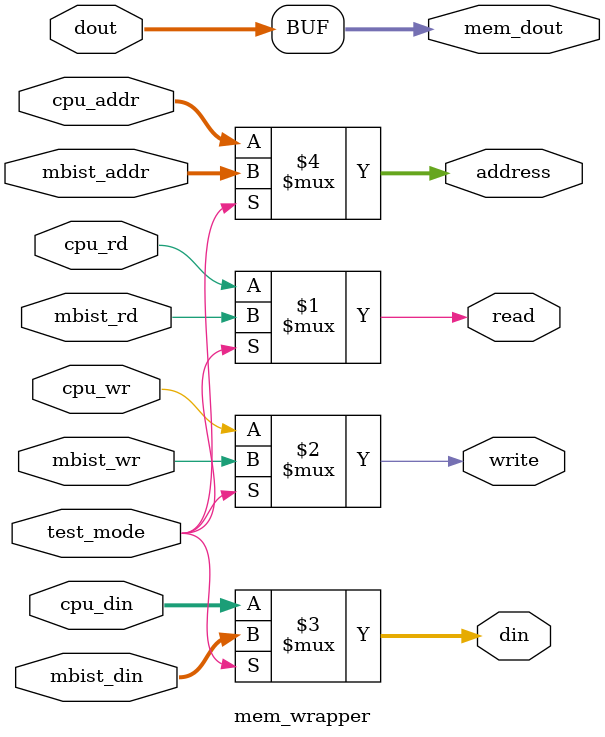
<source format=v>
`timescale 1ns / 1ps

module mem_wrapper #(parameter addr=4 , data=8)
(mbist_rd,mbist_wr,mbist_din,mbist_addr,
cpu_rd,cpu_wr,cpu_addr,cpu_din,mem_dout,
test_mode,read,write,address,din,dout);

input mbist_rd,mbist_wr,cpu_rd,cpu_wr,test_mode;
input [addr-1:0] cpu_addr,mbist_addr ;
input [data-1:0] mbist_din,cpu_din,dout ;
output read,write;
output [data-1:0] din;
output [addr-1:0] address;
output [data-1:0]mem_dout;

assign read = test_mode ? mbist_rd : cpu_rd ;
assign write = test_mode ? mbist_wr : cpu_wr ;
assign din = test_mode ? mbist_din : cpu_din ;
assign address = test_mode ? mbist_addr : cpu_addr;
assign mem_dout = dout ;

endmodule

</source>
